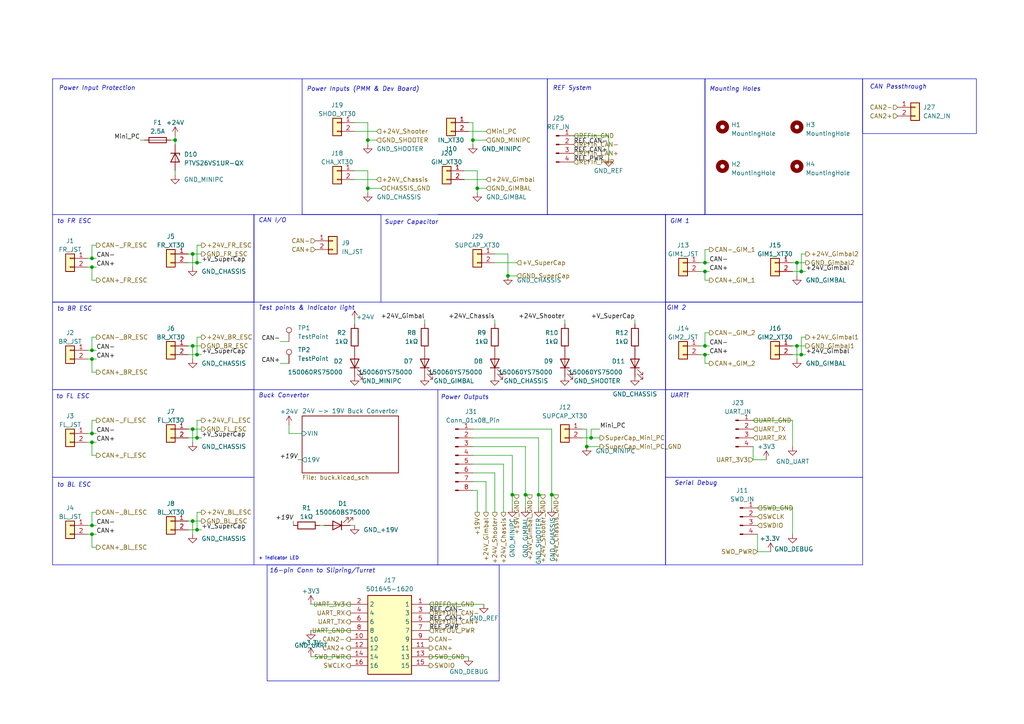
<source format=kicad_sch>
(kicad_sch (version 20250114) (generator "eeschema") (generator_version "9.0")
  (paper "A4")
  (title_block (title "Chassis") (date "2023-11-17") (rev "v1") (company "UT RoboMasters"))
  (lib_symbols
    (symbol "Connector:Conn_01x04_Pin" (pin_names (offset 1.016) (hide yes))
      (property "Reference" "J" (at 0 5.08 0))
      (property "Value" "Conn_01x04_Pin" (at 0 -7.62 0))
      (symbol "Conn_01x04_Pin_1_1"
        (pin passive line (at 5.08 2.54 180) (length 3.81) (name "Pin_1") (number "1"))
        (pin passive line (at 5.08 0 180) (length 3.81) (name "Pin_2") (number "2"))
        (pin passive line (at 5.08 -2.54 180) (length 3.81) (name "Pin_3") (number "3"))
        (pin passive line (at 5.08 -5.08 180) (length 3.81) (name "Pin_4") (number "4"))
      )
    )
    (symbol "Connector:Conn_01x08_Pin" (pin_names (offset 1.016) (hide yes))
      (property "Reference" "J" (at 0 10.16 0))
      (property "Value" "Conn_01x08_Pin" (at 0 -12.7 0))
      (symbol "Conn_01x08_Pin_1_1"
        (pin passive line (at 5.08 7.62 180) (length 3.81) (name "Pin_1") (number "1"))
        (pin passive line (at 5.08 5.08 180) (length 3.81) (name "Pin_2") (number "2"))
        (pin passive line (at 5.08 2.54 180) (length 3.81) (name "Pin_3") (number "3"))
        (pin passive line (at 5.08 0 180) (length 3.81) (name "Pin_4") (number "4"))
        (pin passive line (at 5.08 -2.54 180) (length 3.81) (name "Pin_5") (number "5"))
        (pin passive line (at 5.08 -5.08 180) (length 3.81) (name "Pin_6") (number "6"))
        (pin passive line (at 5.08 -7.62 180) (length 3.81) (name "Pin_7") (number "7"))
        (pin passive line (at 5.08 -10.16 180) (length 3.81) (name "Pin_8") (number "8"))
      )
    )
    (symbol "Connector:TestPoint" (pin_numbers (hide yes)) (pin_names (offset 0.762) (hide yes))
      (property "Reference" "TP" (at 0 6.858 0))
      (property "Value" "TestPoint" (at 0 5.08 0))
      (symbol "TestPoint_1_1"
        (pin passive line (at 0 0 90) (length 2.54) (name "1") (number "1"))
      )
    )
    (symbol "Connector_Generic:Conn_01x02" (pin_names (offset 1.016) (hide yes))
      (property "Reference" "J" (at 0 2.54 0))
      (property "Value" "Conn_01x02" (at 0 -5.08 0))
      (symbol "Conn_01x02_1_1"
        (pin passive line (at -5.08 0 0) (length 3.81) (name "Pin_1") (number "1"))
        (pin passive line (at -5.08 -2.54 0) (length 3.81) (name "Pin_2") (number "2"))
      )
    )
    (symbol "Device:D_Zener" (pin_numbers (hide yes)) (pin_names (offset 1.016) (hide yes))
      (property "Reference" "D" (at 0 2.54 0))
      (property "Value" "D_Zener" (at 0 -2.54 0))
      (symbol "D_Zener_1_1"
        (pin passive line (at -3.81 0 0) (length 2.54) (name "K") (number "1"))
        (pin passive line (at 3.81 0 180) (length 2.54) (name "A") (number "2"))
      )
    )
    (symbol "Device:Fuse" (pin_numbers (hide yes)) (pin_names (offset 0))
      (property "Reference" "F" (at 2.032 0 90))
      (property "Value" "Fuse" (at -1.905 0 90))
      (symbol "Fuse_1_1"
        (pin passive line (at 0 3.81 270) (length 1.27) (name "~") (number "1"))
        (pin passive line (at 0 -3.81 90) (length 1.27) (name "~") (number "2"))
      )
    )
    (symbol "Device:LED" (pin_numbers (hide yes)) (pin_names (offset 1.016) (hide yes))
      (property "Reference" "D" (at 0 2.54 0))
      (property "Value" "LED" (at 0 -2.54 0))
      (symbol "LED_1_1"
        (pin passive line (at -3.81 0 0) (length 2.54) (name "K") (number "1"))
        (pin passive line (at 3.81 0 180) (length 2.54) (name "A") (number "2"))
      )
    )
    (symbol "Device:R" (pin_numbers (hide yes)) (pin_names (offset 0))
      (property "Reference" "R" (at 2.032 0 90))
      (property "Value" "R" (at 0 0 90))
      (symbol "R_1_1"
        (pin passive line (at 0 3.81 270) (length 1.27) (name "~") (number "1"))
        (pin passive line (at 0 -3.81 90) (length 1.27) (name "~") (number "2"))
      )
    )
    (symbol "Mechanical:MountingHole" (pin_names (offset 1.016))
      (property "Reference" "H" (at 0 5.08 0))
      (property "Value" "MountingHole" (at 0 3.175 0))
    )
    (symbol "Robomaster_Library:501645-1620"
      (property "Reference" "J" (at 19.05 7.62 0))
      (property "Value" "501645-1620" (at 19.05 5.08 0))
      (symbol "501645-1620_1_1"
        (pin passive line (at 0 0 0) (length 5.08) (name "2") (number "2"))
        (pin passive line (at 0 -2.54 0) (length 5.08) (name "4") (number "4"))
        (pin passive line (at 0 -5.08 0) (length 5.08) (name "6") (number "6"))
        (pin passive line (at 0 -7.62 0) (length 5.08) (name "8") (number "8"))
        (pin passive line (at 0 -10.16 0) (length 5.08) (name "10") (number "10"))
        (pin passive line (at 0 -12.7 0) (length 5.08) (name "12") (number "12"))
        (pin passive line (at 0 -15.24 0) (length 5.08) (name "14") (number "14"))
        (pin passive line (at 0 -17.78 0) (length 5.08) (name "16") (number "16"))
        (pin passive line (at 22.86 0 180) (length 5.08) (name "1") (number "1"))
        (pin passive line (at 22.86 -2.54 180) (length 5.08) (name "3") (number "3"))
        (pin passive line (at 22.86 -5.08 180) (length 5.08) (name "5") (number "5"))
        (pin passive line (at 22.86 -7.62 180) (length 5.08) (name "7") (number "7"))
        (pin passive line (at 22.86 -10.16 180) (length 5.08) (name "9") (number "9"))
        (pin passive line (at 22.86 -12.7 180) (length 5.08) (name "11") (number "11"))
        (pin passive line (at 22.86 -15.24 180) (length 5.08) (name "13") (number "13"))
        (pin passive line (at 22.86 -17.78 180) (length 5.08) (name "15") (number "15"))
      )
    )
    (symbol "power:+24V" (power) (pin_names (offset 0))
      (property "Value" "+24V" (at 0 3.556 0))
      (symbol "+24V_1_1"
        (pin power_in line (at 0 0 90) (length 0) (hide yes) (name "+24V") (number "1"))
      )
    )
    (symbol "power:+3.3V" (power) (pin_names (offset 0))
      (property "Value" "+3.3V" (at 0 3.556 0))
      (symbol "+3.3V_1_1"
        (pin power_in line (at 0 0 90) (length 0) (hide yes) (name "+3.3V") (number "1"))
      )
    )
    (symbol "power:+3V3" (power) (pin_names (offset 0))
      (property "Value" "+3V3" (at 0 3.556 0))
      (symbol "+3V3_1_1"
        (pin power_in line (at 0 0 90) (length 0) (hide yes) (name "+3V3") (number "1"))
      )
    )
    (symbol "power:GND" (power) (pin_names (offset 0))
      (property "Value" "GND" (at 0 -3.81 0))
      (symbol "GND_1_1"
        (pin power_in line (at 0 0 270) (length 0) (hide yes) (name "GND") (number "1"))
      )
    )
    (symbol "power:GND1" (power) (pin_names (offset 0))
      (property "Value" "GND1" (at 0 -3.81 0))
      (symbol "GND1_1_1"
        (pin power_in line (at 0 0 270) (length 0) (hide yes) (name "GND1") (number "1"))
      )
    )
  )
  (rectangle (start 15.24 113.03) (end 73.66 138.43))
  (rectangle (start 193.04 138.43) (end 250.19 163.83))
  (rectangle (start 193.04 62.23) (end 250.19 87.63))
  (rectangle (start 73.66 62.23) (end 110.49 87.63))
  (rectangle (start 15.24 62.23) (end 73.66 87.63))
  (rectangle (start 77.47 163.83) (end 144.78 197.485))
  (rectangle (start 15.24 87.63) (end 73.66 113.03))
  (rectangle (start 158.75 22.86) (end 204.47 62.23))
  (rectangle (start 204.47 22.86) (end 250.19 62.23))
  (rectangle (start 193.04 113.03) (end 250.19 138.43))
  (rectangle (start 193.04 87.63) (end 250.19 113.03))
  (rectangle (start 250.19 22.86) (end 283.21 38.735))
  (rectangle (start 87.63 22.86) (end 158.75 62.23))
  (rectangle (start 15.24 138.43) (end 73.66 163.83))
  (text "REF System\n" (at 160.274 26.416 0) (effects (font (size 1.27 1.27) (italic yes)) (justify left bottom)))
  (text "Serial Debug" (at 195.58 140.97 0) (effects (font (size 1.27 1.27) (italic yes)) (justify left bottom)))
  (text "Mounting Holes" (at 205.74 26.67 0) (effects (font (size 1.27 1.27) (italic yes)) (justify left bottom)))
  (text "+ indicator LED" (at 74.93 162.56 0) (effects (font (size 0.96 0.96)) (justify left bottom)))
  (text "Super Capacitor\n" (at 111.506 65.278 0) (effects (font (size 1.27 1.27) (italic yes)) (justify left bottom)))
  (text "UART!" (at 194.31 115.57 0) (effects (font (size 1.27 1.27) (italic yes)) (justify left bottom)))
  (text "CAN I/O" (at 74.93 64.77 0) (effects (font (size 1.27 1.27) (italic yes)) (justify left bottom)))
  (text "to BR ESC\n" (at 16.51 90.424 0) (effects (font (size 1.27 1.27) (italic yes)) (justify left bottom)))
  (text "GIM 2" (at 193.294 90.17 0) (effects (font (size 1.27 1.27) (italic yes)) (justify left bottom)))
  (text "GIM 1" (at 194.31 65.024 0) (effects (font (size 1.27 1.27) (italic yes)) (justify left bottom)))
  (text "16-pin Conn to Slipring/Turret" (at 78.105 166.37 0) (effects (font (size 1.27 1.27) (italic yes)) (justify left bottom)))
  (text "CAN Passthrough" (at 252.222 26.035 0) (effects (font (size 1.27 1.27) (italic yes)) (justify left bottom)))
  (text "Power Inputs (PMM & Dev Board)" (at 88.9 26.67 0) (effects (font (size 1.27 1.27) (italic yes)) (justify left bottom)))
  (text "to BL ESC" (at 16.51 141.478 0) (effects (font (size 1.27 1.27) (italic yes)) (justify left bottom)))
  (text "Test points & Indicator light" (at 74.93 90.17 0) (effects (font (size 1.27 1.27) (italic yes)) (justify left bottom)))
  (text "Power Outputs" (at 127.762 116.078 0) (effects (font (size 1.27 1.27) (italic yes)) (justify left bottom)))
  (text "to FL ESC" (at 16.256 115.824 0) (effects (font (size 1.27 1.27) (italic yes)) (justify left bottom)))
  (text "Buck Convertor" (at 74.93 115.57 0) (effects (font (size 1.27 1.27) (italic yes)) (justify left bottom)))
  (text "Power Input Protection" (at 17.018 26.416 0) (effects (font (size 1.27 1.27) (italic yes)) (justify left bottom)))
  (text "to FR ESC" (at 16.51 65.024 0) (effects (font (size 1.27 1.27) (italic yes)) (justify left bottom)))
  (junction (at 204.47 78.74))
  (junction (at 55.88 73.66))
  (junction (at 231.14 100.33))
  (junction (at 26.67 74.93))
  (junction (at 26.67 101.6))
  (junction (at 57.15 153.67))
  (junction (at 55.88 100.33))
  (junction (at 152.4 143.51))
  (junction (at 138.43 54.61))
  (junction (at 171.45 127))
  (junction (at 57.15 76.2))
  (junction (at 106.68 54.61))
  (junction (at 55.88 151.13))
  (junction (at 160.02 143.51))
  (junction (at 55.88 124.46))
  (junction (at 147.32 80.01))
  (junction (at 26.67 125.73))
  (junction (at 57.15 102.87))
  (junction (at 232.41 102.87))
  (junction (at 26.67 77.47))
  (junction (at 26.67 104.14))
  (junction (at 170.18 129.54))
  (junction (at 232.41 78.74))
  (junction (at 204.47 102.87))
  (junction (at 204.47 100.33))
  (junction (at 57.15 127))
  (junction (at 26.67 154.94))
  (junction (at 204.47 76.2))
  (junction (at 26.67 152.4))
  (junction (at 137.16 40.64))
  (junction (at 26.67 128.27))
  (junction (at 231.14 76.2))
  (junction (at 148.59 143.51))
  (junction (at 156.21 143.51))
  (junction (at 50.8 40.64))
  (junction (at 106.68 40.64))
  (wire (pts (xy 27.94 128.27) (xy 26.67 128.27)))
  (wire (pts (xy 55.88 151.13) (xy 58.42 151.13)))
  (wire (pts (xy 143.51 93.98) (xy 143.51 92.71)))
  (wire (pts (xy 137.16 139.7) (xy 140.97 139.7)))
  (wire (pts (xy 170.18 124.46) (xy 170.18 129.54)))
  (wire (pts (xy 219.71 147.32) (xy 229.87 147.32)))
  (wire (pts (xy 92.71 152.4) (xy 93.98 152.4)))
  (wire (pts (xy 205.74 78.74) (xy 204.47 78.74)))
  (wire (pts (xy 161.29 143.51) (xy 160.02 143.51)))
  (wire (pts (xy 27.94 158.75) (xy 26.67 158.75)))
  (wire (pts (xy 106.68 40.64) (xy 106.68 41.91)))
  (wire (pts (xy 102.87 35.56) (xy 106.68 35.56)))
  (polyline (pts (xy 15.24 22.86) (xy 15.24 62.23)))
  (wire (pts (xy 138.43 49.53) (xy 138.43 54.61)))
  (polyline (pts (xy 127 113.03) (xy 193.04 113.03)))
  (wire (pts (xy 26.67 107.95) (xy 26.67 104.14)))
  (wire (pts (xy 27.94 104.14) (xy 26.67 104.14)))
  (wire (pts (xy 156.21 127) (xy 156.21 143.51)))
  (wire (pts (xy 55.88 154.94) (xy 55.88 151.13)))
  (wire (pts (xy 81.28 105.41) (xy 83.82 105.41)))
  (wire (pts (xy 26.67 128.27) (xy 26.67 132.08)))
  (wire (pts (xy 86.36 133.35) (xy 87.63 133.35)))
  (wire (pts (xy 148.59 132.08) (xy 137.16 132.08)))
  (wire (pts (xy 123.19 92.71) (xy 123.19 93.98)))
  (wire (pts (xy 102.87 52.07) (xy 109.22 52.07)))
  (wire (pts (xy 138.43 54.61) (xy 138.43 55.88)))
  (wire (pts (xy 54.61 76.2) (xy 57.15 76.2)))
  (wire (pts (xy 231.14 76.2) (xy 229.87 76.2)))
  (wire (pts (xy 149.86 143.51) (xy 148.59 143.51)))
  (wire (pts (xy 27.94 121.92) (xy 26.67 121.92)))
  (wire (pts (xy 231.14 100.33) (xy 233.68 100.33)))
  (wire (pts (xy 160.02 124.46) (xy 160.02 143.51)))
  (wire (pts (xy 233.68 73.66) (xy 232.41 73.66)))
  (wire (pts (xy 204.47 96.52) (xy 204.47 100.33)))
  (wire (pts (xy 27.94 125.73) (xy 26.67 125.73)))
  (wire (pts (xy 232.41 102.87) (xy 233.68 102.87)))
  (wire (pts (xy 26.67 97.79) (xy 26.67 101.6)))
  (wire (pts (xy 26.67 101.6) (xy 25.4 101.6)))
  (wire (pts (xy 26.67 74.93) (xy 25.4 74.93)))
  (polyline (pts (xy 73.66 113.03) (xy 127 113.03)))
  (polyline (pts (xy 87.63 22.86) (xy 15.24 22.86)))
  (polyline (pts (xy 193.04 62.23) (xy 193.04 113.03)))
  (wire (pts (xy 27.94 148.59) (xy 26.67 148.59)))
  (wire (pts (xy 49.53 40.64) (xy 50.8 40.64)))
  (polyline (pts (xy 127 62.23) (xy 193.04 62.23)))
  (wire (pts (xy 148.59 132.08) (xy 148.59 143.51)))
  (wire (pts (xy 152.4 143.51) (xy 152.4 147.32)))
  (wire (pts (xy 27.94 74.93) (xy 26.67 74.93)))
  (wire (pts (xy 231.14 76.2) (xy 233.68 76.2)))
  (wire (pts (xy 26.67 77.47) (xy 25.4 77.47)))
  (wire (pts (xy 106.68 49.53) (xy 106.68 54.61)))
  (wire (pts (xy 26.67 148.59) (xy 26.67 152.4)))
  (wire (pts (xy 232.41 73.66) (xy 232.41 78.74)))
  (wire (pts (xy 140.97 148.59) (xy 140.97 139.7)))
  (wire (pts (xy 229.87 102.87) (xy 232.41 102.87)))
  (wire (pts (xy 218.44 121.92) (xy 229.87 121.92)))
  (wire (pts (xy 134.62 52.07) (xy 140.97 52.07)))
  (wire (pts (xy 26.67 125.73) (xy 25.4 125.73)))
  (wire (pts (xy 232.41 78.74) (xy 233.68 78.74)))
  (wire (pts (xy 157.48 143.51) (xy 156.21 143.51)))
  (wire (pts (xy 134.62 49.53) (xy 138.43 49.53)))
  (wire (pts (xy 55.88 100.33) (xy 58.42 100.33)))
  (wire (pts (xy 90.17 175.26) (xy 101.6 175.26)))
  (wire (pts (xy 83.82 99.06) (xy 81.28 99.06)))
  (wire (pts (xy 156.21 143.51) (xy 156.21 147.32)))
  (wire (pts (xy 231.14 100.33) (xy 231.14 104.14)))
  (wire (pts (xy 143.51 76.2) (xy 149.86 76.2)))
  (wire (pts (xy 55.88 77.47) (xy 55.88 73.66)))
  (wire (pts (xy 137.16 41.91) (xy 137.16 40.64)))
  (wire (pts (xy 102.87 49.53) (xy 106.68 49.53)))
  (wire (pts (xy 229.87 121.92) (xy 229.87 129.54)))
  (wire (pts (xy 55.88 124.46) (xy 58.42 124.46)))
  (wire (pts (xy 26.67 154.94) (xy 25.4 154.94)))
  (wire (pts (xy 163.83 92.71) (xy 163.83 93.98)))
  (wire (pts (xy 204.47 76.2) (xy 203.2 76.2)))
  (wire (pts (xy 148.59 143.51) (xy 148.59 147.32)))
  (wire (pts (xy 168.91 127) (xy 171.45 127)))
  (wire (pts (xy 50.8 40.64) (xy 50.8 41.91)))
  (wire (pts (xy 54.61 127) (xy 57.15 127)))
  (wire (pts (xy 205.74 76.2) (xy 204.47 76.2)))
  (wire (pts (xy 137.16 134.62) (xy 146.05 134.62)))
  (wire (pts (xy 137.16 35.56) (xy 135.89 35.56)))
  (wire (pts (xy 205.74 81.28) (xy 204.47 81.28)))
  (wire (pts (xy 26.67 121.92) (xy 26.67 125.73)))
  (wire (pts (xy 171.45 127) (xy 173.99 127)))
  (wire (pts (xy 170.18 129.54) (xy 173.99 129.54)))
  (wire (pts (xy 57.15 102.87) (xy 58.42 102.87)))
  (wire (pts (xy 27.94 101.6) (xy 26.67 101.6)))
  (wire (pts (xy 57.15 148.59) (xy 57.15 153.67)))
  (wire (pts (xy 146.05 134.62) (xy 146.05 148.59)))
  (wire (pts (xy 27.94 132.08) (xy 26.67 132.08)))
  (wire (pts (xy 55.88 151.13) (xy 54.61 151.13)))
  (polyline (pts (xy 73.66 163.83) (xy 127 163.83)))
  (polyline (pts (xy 193.04 163.83) (xy 127 163.83)))
  (wire (pts (xy 205.74 102.87) (xy 204.47 102.87)))
  (wire (pts (xy 138.43 54.61) (xy 140.97 54.61)))
  (wire (pts (xy 54.61 153.67) (xy 57.15 153.67)))
  (wire (pts (xy 171.45 124.46) (xy 173.99 124.46)))
  (wire (pts (xy 137.16 124.46) (xy 160.02 124.46)))
  (wire (pts (xy 176.53 39.37) (xy 176.53 45.72)))
  (wire (pts (xy 153.67 143.51) (xy 152.4 143.51)))
  (wire (pts (xy 50.8 39.37) (xy 50.8 40.64)))
  (wire (pts (xy 219.71 160.02) (xy 223.52 160.02)))
  (wire (pts (xy 204.47 102.87) (xy 203.2 102.87)))
  (wire (pts (xy 137.16 142.24) (xy 138.43 142.24)))
  (wire (pts (xy 26.67 104.14) (xy 25.4 104.14)))
  (wire (pts (xy 137.16 129.54) (xy 152.4 129.54)))
  (wire (pts (xy 57.15 71.12) (xy 58.42 71.12)))
  (wire (pts (xy 58.42 121.92) (xy 57.15 121.92)))
  (wire (pts (xy 101.6 152.4) (xy 102.87 152.4)))
  (wire (pts (xy 27.94 107.95) (xy 26.67 107.95)))
  (wire (pts (xy 55.88 128.27) (xy 55.88 124.46)))
  (wire (pts (xy 124.46 190.5) (xy 135.89 190.5)))
  (wire (pts (xy 106.68 35.56) (xy 106.68 40.64)))
  (wire (pts (xy 106.68 54.61) (xy 110.49 54.61)))
  (wire (pts (xy 204.47 81.28) (xy 204.47 78.74)))
  (wire (pts (xy 168.91 124.46) (xy 170.18 124.46)))
  (wire (pts (xy 57.15 97.79) (xy 57.15 102.87)))
  (wire (pts (xy 58.42 97.79) (xy 57.15 97.79)))
  (wire (pts (xy 57.15 76.2) (xy 57.15 71.12)))
  (wire (pts (xy 57.15 127) (xy 58.42 127)))
  (wire (pts (xy 204.47 72.39) (xy 204.47 76.2)))
  (wire (pts (xy 124.46 175.26) (xy 140.335 175.26)))
  (wire (pts (xy 171.45 127) (xy 171.45 124.46)))
  (wire (pts (xy 204.47 105.41) (xy 205.74 105.41)))
  (wire (pts (xy 204.47 102.87) (xy 204.47 105.41)))
  (polyline (pts (xy 127 113.03) (xy 127 163.83)))
  (wire (pts (xy 102.87 92.71) (xy 102.87 93.98)))
  (wire (pts (xy 205.74 72.39) (xy 204.47 72.39)))
  (wire (pts (xy 57.15 121.92) (xy 57.15 127)))
  (wire (pts (xy 231.14 76.2) (xy 231.14 80.01)))
  (wire (pts (xy 54.61 102.87) (xy 57.15 102.87)))
  (wire (pts (xy 229.87 147.32) (xy 229.87 154.94)))
  (wire (pts (xy 55.88 73.66) (xy 54.61 73.66)))
  (wire (pts (xy 90.17 182.88) (xy 101.6 182.88)))
  (wire (pts (xy 55.88 73.66) (xy 58.42 73.66)))
  (wire (pts (xy 184.15 92.71) (xy 184.15 93.98)))
  (wire (pts (xy 106.68 54.61) (xy 106.68 55.88)))
  (wire (pts (xy 204.47 100.33) (xy 203.2 100.33)))
  (wire (pts (xy 85.09 151.13) (xy 85.09 152.4)))
  (wire (pts (xy 147.32 80.01) (xy 147.32 73.66)))
  (wire (pts (xy 27.94 154.94) (xy 26.67 154.94)))
  (wire (pts (xy 27.94 81.28) (xy 26.67 81.28)))
  (wire (pts (xy 147.32 80.01) (xy 149.86 80.01)))
  (wire (pts (xy 137.16 137.16) (xy 143.51 137.16)))
  (wire (pts (xy 90.17 190.5) (xy 101.6 190.5)))
  (wire (pts (xy 106.68 40.64) (xy 109.22 40.64)))
  (wire (pts (xy 26.67 71.12) (xy 26.67 74.93)))
  (wire (pts (xy 83.82 123.19) (xy 83.82 125.73)))
  (wire (pts (xy 55.88 124.46) (xy 54.61 124.46)))
  (wire (pts (xy 55.88 100.33) (xy 54.61 100.33)))
  (wire (pts (xy 231.14 100.33) (xy 229.87 100.33)))
  (wire (pts (xy 57.15 76.2) (xy 58.42 76.2)))
  (wire (pts (xy 27.94 77.47) (xy 26.67 77.47)))
  (wire (pts (xy 232.41 97.79) (xy 232.41 102.87)))
  (wire (pts (xy 204.47 78.74) (xy 203.2 78.74)))
  (wire (pts (xy 57.15 153.67) (xy 58.42 153.67)))
  (wire (pts (xy 26.67 154.94) (xy 26.67 158.75)))
  (wire (pts (xy 27.94 71.12) (xy 26.67 71.12)))
  (wire (pts (xy 219.71 160.02) (xy 219.71 154.94)))
  (wire (pts (xy 26.67 128.27) (xy 25.4 128.27)))
  (wire (pts (xy 218.44 133.35) (xy 218.44 129.54)))
  (wire (pts (xy 58.42 148.59) (xy 57.15 148.59)))
  (polyline (pts (xy 193.04 113.03) (xy 193.04 163.83)))
  (wire (pts (xy 205.74 96.52) (xy 204.47 96.52)))
  (wire (pts (xy 233.68 97.79) (xy 232.41 97.79)))
  (wire (pts (xy 55.88 104.14) (xy 55.88 100.33)))
  (wire (pts (xy 137.16 40.64) (xy 140.97 40.64)))
  (wire (pts (xy 138.43 142.24) (xy 138.43 148.59)))
  (wire (pts (xy 27.94 152.4) (xy 26.67 152.4)))
  (wire (pts (xy 143.51 148.59) (xy 143.51 137.16)))
  (wire (pts (xy 102.87 38.1) (xy 109.22 38.1)))
  (wire (pts (xy 50.8 49.53) (xy 50.8 50.8)))
  (wire (pts (xy 26.67 152.4) (xy 25.4 152.4)))
  (wire (pts (xy 205.74 100.33) (xy 204.47 100.33)))
  (wire (pts (xy 137.16 40.64) (xy 137.16 35.56)))
  (wire (pts (xy 135.89 38.1) (xy 140.97 38.1)))
  (wire (pts (xy 27.94 97.79) (xy 26.67 97.79)))
  (wire (pts (xy 152.4 129.54) (xy 152.4 143.51)))
  (wire (pts (xy 137.16 127) (xy 156.21 127)))
  (wire (pts (xy 166.37 39.37) (xy 176.53 39.37)))
  (wire (pts (xy 143.51 73.66) (xy 147.32 73.66)))
  (wire (pts (xy 26.67 81.28) (xy 26.67 77.47)))
  (wire (pts (xy 83.82 125.73) (xy 87.63 125.73)))
  (wire (pts (xy 160.02 143.51) (xy 160.02 147.32)))
  (polyline (pts (xy 110.49 87.63) (xy 193.04 87.63)))
  (wire (pts (xy 229.87 78.74) (xy 232.41 78.74)))
  (wire (pts (xy 218.44 133.35) (xy 222.25 133.35)))
  (wire (pts (xy 40.64 40.64) (xy 41.91 40.64)))
  (label "CAN+" (at 205.74 102.87 0))
  (label "+19V" (at 85.09 151.13 180) (effects (font (italic yes))))
  (label "+24V_Shooter" (at 163.83 92.71 180))
  (label "CAN-" (at 205.74 76.2 0))
  (label "CAN+" (at 81.28 105.41 180))
  (label "REF_PWR" (at 124.46 182.88 0))
  (label "CAN+" (at 205.74 78.74 0))
  (label "REF_CAN+" (at 166.37 44.45 0))
  (label "+24V_Chassis" (at 143.51 92.71 180))
  (label "+24V_Gimbal" (at 123.19 92.71 180))
  (label "CAN-" (at 81.28 99.06 180))
  (label "CAN-" (at 27.94 152.4 0))
  (label "CAN-" (at 27.94 125.73 0))
  (label "REF_CAN+" (at 124.46 180.34 0))
  (label "CAN+" (at 27.94 128.27 0))
  (label "REF_CAN-" (at 124.46 177.8 0))
  (label "REF_CAN-" (at 166.37 41.91 0))
  (label "CAN+" (at 27.94 154.94 0))
  (label "CAN-" (at 27.94 101.6 0))
  (label "Mini_PC" (at 40.64 40.64 180))
  (label "CAN+" (at 27.94 104.14 0))
  (label "+V_SuperCap" (at 58.42 127 0))
  (label "+V_SuperCap" (at 184.15 92.71 180))
  (label "CAN-" (at 205.74 100.33 0))
  (label "CAN-" (at 27.94 74.93 0))
  (label "REF_PWR" (at 166.37 46.99 0))
  (label "+V_SuperCap" (at 58.42 76.2 0))
  (label "+V_SuperCap" (at 58.42 102.87 0))
  (label "+19V" (at 86.36 133.35 180) (effects (font (italic yes))))
  (label "+24V_Gimbal" (at 233.68 78.74 0))
  (label "+V_SuperCap" (at 58.42 153.67 0))
  (label "CAN+" (at 27.94 77.47 0))
  (label "Mini_PC" (at 173.99 124.46 0))
  (label "+24V_Gimbal" (at 233.68 102.87 0))
  (hierarchical_label "CAN+" (shape input) (at 91.44 72.39 180))
  (hierarchical_label "CAN-_FL_ESC" (shape output) (at 27.94 121.92 0))
  (hierarchical_label "Mini_PC" (shape input) (at 140.97 38.1 0))
  (hierarchical_label "CAN+" (shape output) (at 124.46 187.96 0))
  (hierarchical_label "UART_GND" (shape output) (at 101.6 182.88 180))
  (hierarchical_label "REFIn_CAN-" (shape input) (at 166.37 41.91 0))
  (hierarchical_label "GND_Gimbal1" (shape output) (at 233.68 100.33 0))
  (hierarchical_label "+V_SuperCap" (shape input) (at 149.86 76.2 0))
  (hierarchical_label "GND_SHOOTER" (shape input) (at 109.22 40.64 0))
  (hierarchical_label "CAN+_BL_ESC" (shape output) (at 27.94 158.75 0))
  (hierarchical_label "+24V_Shooter" (shape output) (at 143.51 148.59 270))
  (hierarchical_label "SWD_GND" (shape input) (at 219.71 147.32 0))
  (hierarchical_label "GND_BR_ESC" (shape output) (at 58.42 100.33 0))
  (hierarchical_label "CAN-_FR_ESC" (shape output) (at 27.94 71.12 0))
  (hierarchical_label "REFIn_CAN+" (shape input) (at 166.37 44.45 0))
  (hierarchical_label "UART_3V3" (shape output) (at 101.6 175.26 180))
  (hierarchical_label "REFOut_CAN+" (shape input) (at 124.46 180.34 0))
  (hierarchical_label "+24V_Gimbal_GND" (shape output) (at 153.67 143.51 270))
  (hierarchical_label "+24V_Shooter_GND" (shape output) (at 157.48 143.51 270))
  (hierarchical_label "CAN2-" (shape input) (at 260.35 31.115 180))
  (hierarchical_label "GND_BL_ESC" (shape output) (at 58.42 151.13 0))
  (hierarchical_label "CAN-_GIM_1" (shape output) (at 205.74 72.39 0))
  (hierarchical_label "REFOut_CAN-" (shape input) (at 124.46 177.8 0))
  (hierarchical_label "SWDIO" (shape input) (at 219.71 152.4 0))
  (hierarchical_label "+24V_Gimbal" (shape input) (at 140.97 52.07 0))
  (hierarchical_label "+19V_GND" (shape output) (at 149.86 143.51 270))
  (hierarchical_label "CAN+_FL_ESC" (shape output) (at 27.94 132.08 0))
  (hierarchical_label "+24V_Chassis_GND" (shape output) (at 161.29 143.51 270))
  (hierarchical_label "+19V" (shape output) (at 138.43 148.59 270))
  (hierarchical_label "CAN-_GIM_2" (shape output) (at 205.74 96.52 0))
  (hierarchical_label "CAN2+" (shape input) (at 260.35 33.655 180))
  (hierarchical_label "REFOut_PWR" (shape input) (at 124.46 182.88 0))
  (hierarchical_label "SWD_GND" (shape output) (at 124.46 190.5 0))
  (hierarchical_label "+24V_FL_ESC" (shape output) (at 58.42 121.92 0))
  (hierarchical_label "+24V_Gimbal1" (shape output) (at 233.68 97.79 0))
  (hierarchical_label "UART_RX" (shape output) (at 101.6 177.8 180))
  (hierarchical_label "UART_TX" (shape input) (at 218.44 124.46 0))
  (hierarchical_label "UART_GND" (shape input) (at 218.44 121.92 0))
  (hierarchical_label "CAN2+" (shape output) (at 101.6 187.96 180))
  (hierarchical_label "GND_FR_ESC" (shape output) (at 58.42 73.66 0))
  (hierarchical_label "CAN-_BR_ESC" (shape output) (at 27.94 97.79 0))
  (hierarchical_label "CHASSIS_GND" (shape input) (at 110.49 54.61 0))
  (hierarchical_label "CAN2-" (shape output) (at 101.6 185.42 180))
  (hierarchical_label "SWD_PWR" (shape output) (at 101.6 190.5 180))
  (hierarchical_label "CAN-" (shape output) (at 124.46 185.42 0))
  (hierarchical_label "SuperCap_Mini_PC" (shape output) (at 173.99 127 0))
  (hierarchical_label "SWD_PWR" (shape input) (at 219.71 160.02 180))
  (hierarchical_label "GND_Gimbal2" (shape output) (at 233.68 76.2 0))
  (hierarchical_label "SuperCap_Mini_PC_GND" (shape output) (at 173.99 129.54 0))
  (hierarchical_label "SWCLK" (shape input) (at 219.71 149.86 0))
  (hierarchical_label "+24V_BL_ESC" (shape output) (at 58.42 148.59 0))
  (hierarchical_label "CAN+_FR_ESC" (shape output) (at 27.94 81.28 0))
  (hierarchical_label "REFOut_GND" (shape input) (at 124.46 175.26 0))
  (hierarchical_label "UART_RX" (shape input) (at 218.44 127 0))
  (hierarchical_label "GND_GIMBAL" (shape input) (at 140.97 54.61 0))
  (hierarchical_label "+24V_BR_ESC" (shape output) (at 58.42 97.79 0))
  (hierarchical_label "+24V_Gimbal" (shape output) (at 140.97 148.59 270))
  (hierarchical_label "+24V_FR_ESC" (shape output) (at 58.42 71.12 0))
  (hierarchical_label "UART_3V3" (shape input) (at 218.44 133.35 180))
  (hierarchical_label "CAN-" (shape input) (at 91.44 69.85 180))
  (hierarchical_label "+24V_Shooter" (shape input) (at 109.22 38.1 0))
  (hierarchical_label "+24V_Chassis" (shape output) (at 146.05 148.59 270))
  (hierarchical_label "+24V_Gimbal2" (shape output) (at 233.68 73.66 0))
  (hierarchical_label "CAN-_BL_ESC" (shape output) (at 27.94 148.59 0))
  (hierarchical_label "GND_MINIPC" (shape input) (at 140.97 40.64 0))
  (hierarchical_label "SWCLK" (shape output) (at 101.6 193.04 180))
  (hierarchical_label "CAN+_GIM_2" (shape output) (at 205.74 105.41 0))
  (hierarchical_label "GND_FL_ESC" (shape output) (at 58.42 124.46 0))
  (hierarchical_label "UART_TX" (shape output) (at 101.6 180.34 180))
  (hierarchical_label "GND_SuperCap" (shape input) (at 149.86 80.01 0))
  (hierarchical_label "CAN+_BR_ESC" (shape output) (at 27.94 107.95 0))
  (hierarchical_label "REFIn_PWR" (shape input) (at 166.37 46.99 0))
  (hierarchical_label "SWDIO" (shape output) (at 124.46 193.04 0))
  (hierarchical_label "REFIn_GND" (shape input) (at 166.37 39.37 0))
  (hierarchical_label "+24V_Chassis" (shape input) (at 109.22 52.07 0))
  (hierarchical_label "CAN+_GIM_1" (shape output) (at 205.74 81.28 0))
  (symbol (lib_id "Connector_Generic:Conn_01x02") (at 130.81 35.56 0) (mirror y) (unit 1)
    (property "Reference" "J10" (at 130.81 43.18 0))
    (property "Value" "IN_XT30" (at 130.81 40.64 0))
    (property "Footprint" "Robomaster_Connectors:AMASS_XT30U-F_1x02_P5.0mm_Vertical" (effects (hide yes)))
    (property "Manufacturer_Part_Number" "XT30" (effects (hide yes)))
  )
  (symbol (lib_id "Connector_Generic:Conn_01x02") (at 198.12 76.2 0) (mirror y) (unit 1)
    (property "Reference" "J13" (at 198.12 71.12 0))
    (property "Value" "GIM1_JST" (at 198.12 73.66 0))
    (property "Footprint" "Connector_JST:JST_GH_BM02B-GHS-TBT_1x02-1MP_P1.25mm_Vertical" (effects (hide yes)))
    (property "Manufacturer_Part_Number" "JST 2-pin" (effects (hide yes)))
  )
  (symbol (lib_id "Connector_Generic:Conn_01x02") (at 20.32 101.6 0) (mirror y) (unit 1)
    (property "Reference" "J2" (at 20.32 96.52 0))
    (property "Value" "BR_JST" (at 20.32 99.06 0))
    (property "Footprint" "Connector_JST:JST_GH_BM02B-GHS-TBT_1x02-1MP_P1.25mm_Vertical" (effects (hide yes)))
    (property "Manufacturer_Part_Number" "JST 2-pin" (effects (hide yes)))
  )
  (symbol (lib_id "Device:LED") (at 184.15 105.41 90) (unit 1)
    (property "Reference" "D11" (at 179.3875 104.775 90))
    (property "Value" "150060YS75000" (at 172.72 107.95 90))
    (property "Footprint" "LED_SMD:LED_0603_1608Metric_Pad1.05x0.95mm_HandSolder" (effects (hide yes)))
    (property "Datasheet" "https://www.we-online.com/components/products/datasheet/150060YS75000.pdf" (effects (hide yes)))
    (property "Manufacturer_Part_Number" "150060YS75000" (effects (hide yes)))
    (property "Mouser Part Number" "710-150060YS75000" (effects (hide yes)))
  )
  (symbol (lib_id "power:GND") (at 160.02 147.32 0) (unit 1)
    (property "Reference" "#PWR052" (effects (hide yes)))
    (property "Value" "GND_CHASSIS" (at 160.274 156.464 90))
  )
  (symbol (lib_id "power:GND") (at 106.68 55.88 0) (unit 1)
    (property "Reference" "#PWR011" (effects (hide yes)))
    (property "Value" "GND_CHASSIS" (at 109.22 57.1499 0) (effects (justify left)))
  )
  (symbol (lib_id "Robomaster_Library:501645-1620") (at 101.6 175.26 0) (unit 1)
    (property "Reference" "J17" (at 113.03 168.275 0))
    (property "Value" "501645-1620" (at 113.03 170.815 0))
    (property "Footprint" "5016451620" (effects (hide yes)))
    (property "Datasheet" "https://www.molex.com/pdm_docs/sd/5016451620_sd.pdf" (effects (hide yes)))
    (property "Description" "MOLEX - 501645-1620 - CONNECTOR, HEADER, 16POS, 2ROW, 2MM" (effects (hide yes)))
    (property "Height" "12" (effects (hide yes)))
    (property "Mouser Part Number" "538-501645-1620" (effects (hide yes)))
    (property "Mouser Price/Stock" "https://www.mouser.co.uk/ProductDetail/Molex/501645-1620?qs=AcmJtBVhzkSktNjjA6%2Faug%3D%3D" (effects (hide yes)))
    (property "Manufacturer_Name" "Molex" (effects (hide yes)))
    (property "Manufacturer_Part_Number" "501645-1620" (effects (hide yes)))
  )
  (symbol (lib_id "power:+24V") (at 83.82 123.19 0) (unit 1)
    (property "Reference" "#PWR048" (effects (hide yes)))
    (property "Value" "+24V" (at 83.82 119.38 0))
  )
  (symbol (lib_id "power:+3.3V") (at 90.17 190.5 0) (unit 1)
    (property "Reference" "#PWR040" (effects (hide yes)))
    (property "Value" "+3.3V" (at 90.17 186.436 0))
  )
  (symbol (lib_id "power:GND") (at 102.87 109.22 0) (unit 1)
    (property "Reference" "#PWR015" (effects (hide yes)))
    (property "Value" "GND_MINIPC" (at 110.744 110.49 0))
  )
  (symbol (lib_id "Connector_Generic:Conn_01x02") (at 20.32 125.73 0) (mirror y) (unit 1)
    (property "Reference" "J3" (at 20.32 120.65 0))
    (property "Value" "FL_JST" (at 20.32 123.19 0))
    (property "Footprint" "Connector_JST:JST_GH_BM02B-GHS-TBT_1x02-1MP_P1.25mm_Vertical" (effects (hide yes)))
    (property "Manufacturer_Part_Number" "JST 2-pin" (effects (hide yes)))
  )
  (symbol (lib_id "power:GND") (at 55.88 77.47 0) (unit 1)
    (property "Reference" "#PWR01" (effects (hide yes)))
    (property "Value" "GND_CHASSIS" (at 58.42 78.7399 0) (effects (justify left)))
  )
  (symbol (lib_id "power:GND") (at 90.17 182.88 0) (unit 1)
    (property "Reference" "#PWR043" (effects (hide yes)))
    (property "Value" "GND_UART" (at 85.344 187.198 0) (effects (justify left)))
  )
  (symbol (lib_id "power:GND") (at 50.8 50.8 0) (unit 1)
    (property "Reference" "#PWR045" (effects (hide yes)))
    (property "Value" "GND_MINIPC" (at 53.34 52.0699 0) (effects (justify left)))
  )
  (symbol (lib_id "Connector:Conn_01x04_Pin") (at 161.29 41.91 0) (unit 1)
    (property "Reference" "J25" (at 161.925 34.29 0))
    (property "Value" "REF_IN" (at 161.925 36.83 0))
    (property "Footprint" "Connector_JST:JST_GH_BM04B-GHS-TBT_1x04-1MP_P1.25mm_Vertical" (effects (hide yes)))
    (property "Manufacturer_Part_Number" "JST 4-pin" (effects (hide yes)))
  )
  (symbol (lib_id "Mechanical:MountingHole") (at 231.14 48.26 90) (unit 1)
    (property "Reference" "H4" (at 233.68 47.625 90) (effects (justify right)))
    (property "Value" "MountingHole" (at 233.68 50.165 90) (effects (justify right)))
    (property "Footprint" "MountingHole:MountingHole_3.2mm_M3" (effects (hide yes)))
  )
  (symbol (lib_id "power:+24V") (at 50.8 39.37 0) (unit 1)
    (property "Reference" "#PWR046" (effects (hide yes)))
    (property "Value" "+24V" (at 50.8 35.56 0))
  )
  (symbol (lib_id "Device:Fuse") (at 45.72 40.64 90) (unit 1)
    (property "Reference" "F1" (at 45.72 35.56 90))
    (property "Value" "2.5A" (at 45.72 38.1 90))
    (property "Footprint" "Fuse:Fuse_0603_1608Metric_Pad1.05x0.95mm_HandSolder" (effects (hide yes)))
    (property "Manufacturer_Part_Number" "ERB-RE2R50V" (effects (hide yes)))
    (property "Mouser Part Number" "667-ERB-RE2R50V" (effects (hide yes)))
  )
  (symbol (lib_id "Device:R") (at 163.83 97.79 180) (unit 1)
    (property "Reference" "R10" (at 160.02 96.52 0))
    (property "Value" "1kΩ" (at 160.02 99.06 0))
    (property "Footprint" "Resistor_SMD:R_0603_1608Metric_Pad0.98x0.95mm_HandSolder" (effects (hide yes)))
    (property "Manufacturer_Part_Number" "RT0603DRD071KL" (effects (hide yes)))
    (property "Mouser Part Number" "603-RT0603DRD071KL" (effects (hide yes)))
  )
  (symbol (lib_id "power:GND") (at 102.87 152.4 0) (unit 1)
    (property "Reference" "#PWR013" (effects (hide yes)))
    (property "Value" "GND_+19V" (at 105.41 153.6699 0) (effects (justify left)))
  )
  (symbol (lib_id "power:+24V") (at 102.87 92.71 0) (unit 1)
    (property "Reference" "#PWR047" (effects (hide yes)))
    (property "Value" "+24V" (at 105.918 91.948 0))
  )
  (symbol (lib_id "power:GND") (at 231.14 80.01 0) (unit 1)
    (property "Reference" "#PWR035" (effects (hide yes)))
    (property "Value" "GND_GIMBAL" (at 233.68 81.2799 0) (effects (justify left)))
  )
  (symbol (lib_id "power:GND") (at 231.14 104.14 0) (unit 1)
    (property "Reference" "#PWR036" (effects (hide yes)))
    (property "Value" "GND_GIMBAL" (at 233.68 105.4099 0) (effects (justify left)))
  )
  (symbol (lib_id "Connector_Generic:Conn_01x02") (at 97.79 35.56 0) (mirror y) (unit 1)
    (property "Reference" "J19" (at 97.79 30.48 0))
    (property "Value" "SHOO_XT30" (at 97.79 33.02 0))
    (property "Footprint" "Robomaster_Connectors:AMASS_XT30U-F_1x02_P5.0mm_Vertical" (effects (hide yes)))
    (property "Manufacturer_Part_Number" "XT30" (effects (hide yes)))
  )
  (symbol (lib_id "Mechanical:MountingHole") (at 231.14 36.83 90) (unit 1)
    (property "Reference" "H3" (at 233.68 36.195 90) (effects (justify right)))
    (property "Value" "MountingHole" (at 233.68 38.735 90) (effects (justify right)))
    (property "Footprint" "MountingHole:MountingHole_3.2mm_M3" (effects (hide yes)))
  )
  (symbol (lib_id "Connector_Generic:Conn_01x02") (at 129.54 49.53 0) (mirror y) (unit 1)
    (property "Reference" "J20" (at 129.54 44.45 0))
    (property "Value" "GIM_XT30" (at 129.54 46.99 0))
    (property "Footprint" "Robomaster_Connectors:AMASS_XT30U-F_1x02_P5.0mm_Vertical" (effects (hide yes)))
    (property "Manufacturer_Part_Number" "XT30" (effects (hide yes)))
  )
  (symbol (lib_id "power:GND") (at 170.18 129.54 0) (unit 1)
    (property "Reference" "#PWR051" (effects (hide yes)))
    (property "Value" "GND_MINIPC" (at 172.72 130.8099 0) (effects (justify left)))
  )
  (symbol (lib_id "Connector_Generic:Conn_01x02") (at 138.43 73.66 0) (mirror y) (unit 1)
    (property "Reference" "J29" (at 138.43 68.58 0))
    (property "Value" "SUPCAP_XT30" (at 138.43 71.12 0))
    (property "Footprint" "Robomaster_Connectors:AMASS_XT30U-F_1x02_P5.0mm_Vertical" (effects (hide yes)))
    (property "Manufacturer_Part_Number" "XT30" (effects (hide yes)))
  )
  (symbol (lib_id "Device:R") (at 184.15 97.79 180) (unit 1)
    (property "Reference" "R12" (at 180.34 96.52 0))
    (property "Value" "1kΩ" (at 180.34 99.06 0))
    (property "Footprint" "Resistor_SMD:R_0603_1608Metric_Pad0.98x0.95mm_HandSolder" (effects (hide yes)))
    (property "Manufacturer_Part_Number" "RT0603DRD071KL" (effects (hide yes)))
    (property "Mouser Part Number" "603-RT0603DRD071KL" (effects (hide yes)))
  )
  (symbol (lib_id "Device:LED") (at 163.83 105.41 90) (unit 1)
    (property "Reference" "D9" (at 159.0675 104.775 90))
    (property "Value" "150060YS75000" (at 152.4 107.95 90))
    (property "Footprint" "LED_SMD:LED_0603_1608Metric_Pad1.05x0.95mm_HandSolder" (effects (hide yes)))
    (property "Datasheet" "https://www.we-online.com/components/products/datasheet/150060YS75000.pdf" (effects (hide yes)))
    (property "Manufacturer_Part_Number" "150060YS75000" (effects (hide yes)))
    (property "Mouser Part Number" "710-150060YS75000" (effects (hide yes)))
  )
  (symbol (lib_id "Connector_Generic:Conn_01x02") (at 265.43 31.115 0) (unit 1)
    (property "Reference" "J27" (at 267.716 31.115 0) (effects (justify left)))
    (property "Value" "CAN2_IN" (at 267.716 33.655 0) (effects (justify left)))
    (property "Footprint" "Connector_JST:JST_GH_BM02B-GHS-TBT_1x02-1MP_P1.25mm_Vertical" (effects (hide yes)))
    (property "Manufacturer_Part_Number" "JST 2-pin" (effects (hide yes)))
  )
  (symbol (lib_id "Connector_Generic:Conn_01x02") (at 198.12 100.33 0) (mirror y) (unit 1)
    (property "Reference" "J14" (at 198.12 95.25 0))
    (property "Value" "GIM2_JST" (at 198.12 97.79 0))
    (property "Footprint" "Connector_JST:JST_GH_BM02B-GHS-TBT_1x02-1MP_P1.25mm_Vertical" (effects (hide yes)))
    (property "Manufacturer_Part_Number" "JST 2-pin" (effects (hide yes)))
  )
  (symbol (lib_id "power:GND") (at 229.87 154.94 0) (unit 1)
    (property "Reference" "#PWR038" (effects (hide yes)))
    (property "Value" "GND_DEBUG" (at 224.536 159.258 0) (effects (justify left)))
  )
  (symbol (lib_id "power:GND") (at 147.32 80.01 0) (unit 1)
    (property "Reference" "#PWR049" (effects (hide yes)))
    (property "Value" "GND_CHASSIS" (at 149.86 81.2799 0) (effects (justify left)))
  )
  (symbol (lib_id "power:GND1") (at 176.53 45.72 0) (unit 1)
    (property "Reference" "#PWR044" (effects (hide yes)))
    (property "Value" "GND_REF" (at 172.212 49.53 0) (effects (justify left)))
  )
  (symbol (lib_id "power:+3V3") (at 90.17 175.26 0) (unit 1)
    (property "Reference" "#PWR014" (effects (hide yes)))
    (property "Value" "+3V3" (at 90.17 171.45 0))
  )
  (symbol (lib_id "Connector_Generic:Conn_01x02") (at 97.79 49.53 0) (mirror y) (unit 1)
    (property "Reference" "J18" (at 97.79 44.45 0))
    (property "Value" "CHA_XT30" (at 97.79 46.99 0))
    (property "Footprint" "Robomaster_Connectors:AMASS_XT30U-F_1x02_P5.0mm_Vertical" (effects (hide yes)))
    (property "Manufacturer_Part_Number" "XT30" (effects (hide yes)))
  )
  (symbol (lib_id "power:GND") (at 135.89 190.5 0) (unit 1)
    (property "Reference" "#PWR041" (effects (hide yes)))
    (property "Value" "GND_DEBUG" (at 130.302 194.818 0) (effects (justify left)))
  )
  (symbol (lib_id "power:GND") (at 123.19 109.22 0) (unit 1)
    (property "Reference" "#PWR039" (effects (hide yes)))
    (property "Value" "GND_GIMBAL" (at 125.73 110.4899 0) (effects (justify left)))
  )
  (symbol (lib_id "power:GND") (at 148.59 147.32 0) (unit 1)
    (property "Reference" "#PWR06" (effects (hide yes)))
    (property "Value" "GND_MINIPC" (at 148.59 161.798 90) (effects (justify left)))
  )
  (symbol (lib_id "Connector_Generic:Conn_01x02") (at 49.53 100.33 0) (mirror y) (unit 1)
    (property "Reference" "J6" (at 49.53 95.25 0))
    (property "Value" "BR_XT30" (at 49.53 97.79 0))
    (property "Footprint" "Robomaster_Connectors:AMASS_XT30U-F_1x02_P5.0mm_Vertical" (effects (hide yes)))
    (property "Manufacturer_Part_Number" "XT30" (effects (hide yes)))
  )
  (symbol (lib_id "Connector_Generic:Conn_01x02") (at 96.52 69.85 0) (unit 1)
    (property "Reference" "J9" (at 99.06 70.485 0) (effects (justify left)))
    (property "Value" "IN_JST" (at 99.06 73.025 0) (effects (justify left)))
    (property "Footprint" "Connector_JST:JST_GH_BM02B-GHS-TBT_1x02-1MP_P1.25mm_Vertical" (effects (hide yes)))
    (property "Manufacturer_Part_Number" "JST 2-pin" (effects (hide yes)))
  )
  (symbol (lib_id "Device:R") (at 123.19 97.79 180) (unit 1)
    (property "Reference" "R8" (at 119.38 96.52 0))
    (property "Value" "1kΩ" (at 119.38 99.06 0))
    (property "Footprint" "Resistor_SMD:R_0603_1608Metric_Pad0.98x0.95mm_HandSolder" (effects (hide yes)))
    (property "Manufacturer_Part_Number" "RT0603DRD071KL" (effects (hide yes)))
    (property "Mouser Part Number" "603-RT0603DRD071KL" (effects (hide yes)))
  )
  (symbol (lib_id "Device:LED") (at 102.87 105.41 90) (unit 1)
    (property "Reference" "D2" (at 98.1075 104.775 90))
    (property "Value" "150060RS75000" (at 91.44 107.95 90))
    (property "Footprint" "LED_SMD:LED_0603_1608Metric_Pad1.05x0.95mm_HandSolder" (effects (hide yes)))
    (property "Datasheet" "https://www.we-online.com/components/products/datasheet/150060RS75000.pdf" (effects (hide yes)))
    (property "Manufacturer_Part_Number" "150060RS75000" (effects (hide yes)))
    (property "Mouser Part Number" "710-150060RS75000" (effects (hide yes)))
  )
  (symbol (lib_id "Connector_Generic:Conn_01x02") (at 20.32 74.93 0) (mirror y) (unit 1)
    (property "Reference" "J1" (at 20.32 69.85 0))
    (property "Value" "FR_JST" (at 20.32 72.39 0))
    (property "Footprint" "Connector_JST:JST_GH_BM02B-GHS-TBT_1x02-1MP_P1.25mm_Vertical" (effects (hide yes)))
    (property "Manufacturer_Part_Number" "JST 2-pin" (effects (hide yes)))
  )
  (symbol (lib_id "Connector_Generic:Conn_01x02") (at 224.79 76.2 0) (mirror y) (unit 1)
    (property "Reference" "J15" (at 224.79 71.12 0))
    (property "Value" "GIM1_XT30" (at 224.79 73.66 0))
    (property "Footprint" "Robomaster_Connectors:AMASS_XT30U-F_1x02_P5.0mm_Vertical" (effects (hide yes)))
    (property "Manufacturer_Part_Number" "XT30" (effects (hide yes)))
  )
  (symbol (lib_id "power:GND") (at 229.87 129.54 0) (unit 1)
    (property "Reference" "#PWR042" (effects (hide yes)))
    (property "Value" "GND_UART" (at 225.044 133.858 0) (effects (justify left)))
  )
  (symbol (lib_id "power:GND") (at 152.4 147.32 0) (unit 1)
    (property "Reference" "#PWR07" (effects (hide yes)))
    (property "Value" "GND_GIMBAL" (at 152.4 155.956 90))
  )
  (symbol (lib_id "Mechanical:MountingHole") (at 209.55 48.26 90) (unit 1)
    (property "Reference" "H2" (at 212.09 47.625 90) (effects (justify right)))
    (property "Value" "MountingHole" (at 212.09 50.165 90) (effects (justify right)))
    (property "Footprint" "MountingHole:MountingHole_3.2mm_M3" (effects (hide yes)))
  )
  (symbol (lib_id "Connector:TestPoint") (at 83.82 105.41 0) (unit 1)
    (property "Reference" "TP2" (at 86.36 101.473 0) (effects (justify left)))
    (property "Value" "TestPoint" (at 86.36 104.013 0) (effects (justify left)))
    (property "Footprint" "TestPoint:TestPoint_Pad_2.0x2.0mm" (effects (hide yes)))
  )
  (symbol (lib_id "power:GND") (at 55.88 154.94 0) (unit 1)
    (property "Reference" "#PWR04" (effects (hide yes)))
    (property "Value" "GND_CHASSIS" (at 58.42 156.2099 0) (effects (justify left)))
  )
  (symbol (lib_id "power:GND") (at 106.68 41.91 0) (unit 1)
    (property "Reference" "#PWR017" (effects (hide yes)))
    (property "Value" "GND_SHOOTER" (at 109.22 43.1799 0) (effects (justify left)))
  )
  (symbol (lib_id "power:GND") (at 138.43 55.88 0) (unit 1)
    (property "Reference" "#PWR018" (effects (hide yes)))
    (property "Value" "GND_GIMBAL" (at 140.97 57.1499 0) (effects (justify left)))
  )
  (symbol (lib_id "Mechanical:MountingHole") (at 209.55 36.83 90) (unit 1)
    (property "Reference" "H1" (at 212.09 36.195 90) (effects (justify right)))
    (property "Value" "MountingHole" (at 212.09 38.735 90) (effects (justify right)))
    (property "Footprint" "MountingHole:MountingHole_3.2mm_M3" (effects (hide yes)))
  )
  (symbol (lib_id "Connector_Generic:Conn_01x02") (at 49.53 124.46 0) (mirror y) (unit 1)
    (property "Reference" "J7" (at 49.53 119.38 0))
    (property "Value" "FL_XT30" (at 49.53 121.92 0))
    (property "Footprint" "Robomaster_Connectors:AMASS_XT30U-F_1x02_P5.0mm_Vertical" (effects (hide yes)))
    (property "Manufacturer_Part_Number" "XT30" (effects (hide yes)))
  )
  (symbol (lib_id "power:GND") (at 55.88 104.14 0) (unit 1)
    (property "Reference" "#PWR02" (effects (hide yes)))
    (property "Value" "GND_CHASSIS" (at 58.42 105.41 0) (effects (justify left)))
  )
  (symbol (lib_id "power:GND") (at 55.88 128.27 0) (unit 1)
    (property "Reference" "#PWR03" (effects (hide yes)))
    (property "Value" "GND_CHASSIS" (at 58.42 129.5399 0) (effects (justify left)))
  )
  (symbol (lib_id "power:GND") (at 163.83 109.22 0) (unit 1)
    (property "Reference" "#PWR08" (effects (hide yes)))
    (property "Value" "GND_SHOOTER" (at 166.37 110.4899 0) (effects (justify left)))
  )
  (symbol (lib_id "Connector:Conn_01x08_Pin") (at 132.08 132.08 0) (unit 1)
    (property "Reference" "J31" (at 136.652 119.38 0))
    (property "Value" "Conn_01x08_Pin" (at 137.16 121.92 0))
    (property "Footprint" "Robomaster_Connectors:CON_1722981108_MOL" (effects (hide yes)))
    (property "Description" "Generic connector, single row, 01x08, script generated" (effects (hide yes)))
  )
  (symbol (lib_id "power:GND1") (at 140.335 175.26 0) (unit 1)
    (property "Reference" "#PWR021" (effects (hide yes)))
    (property "Value" "GND_REF" (at 140.335 179.324 0))
  )
  (symbol (lib_id "Connector:TestPoint") (at 83.82 99.06 0) (unit 1)
    (property "Reference" "TP1" (at 86.36 95.123 0) (effects (justify left)))
    (property "Value" "TestPoint" (at 86.36 97.663 0) (effects (justify left)))
    (property "Footprint" "TestPoint:TestPoint_Pad_2.0x2.0mm" (effects (hide yes)))
  )
  (symbol (lib_id "power:GND") (at 156.21 147.32 0) (unit 1)
    (property "Reference" "#PWR016" (effects (hide yes)))
    (property "Value" "GND_SHOOTER" (at 156.21 156.972 90))
  )
  (symbol (lib_id "power:+3V3") (at 222.25 133.35 0) (unit 1)
    (property "Reference" "#PWR010" (effects (hide yes)))
    (property "Value" "+3V3" (at 222.25 129.54 0))
  )
  (symbol (lib_id "Connector:Conn_01x04_Pin") (at 213.36 124.46 0) (unit 1)
    (property "Reference" "J23" (at 213.995 116.84 0))
    (property "Value" "UART_IN" (at 213.995 119.38 0))
    (property "Footprint" "Connector_JST:JST_GH_BM04B-GHS-TBT_1x04-1MP_P1.25mm_Vertical" (effects (hide yes)))
    (property "Manufacturer_Part_Number" "JST 4-pin" (effects (hide yes)))
  )
  (symbol (lib_id "power:GND") (at 143.51 109.22 0) (unit 1)
    (property "Reference" "#PWR05" (effects (hide yes)))
    (property "Value" "GND_CHASSIS" (at 146.05 110.4899 0) (effects (justify left)))
  )
  (symbol (lib_id "Connector_Generic:Conn_01x02") (at 49.53 151.13 0) (mirror y) (unit 1)
    (property "Reference" "J8" (at 49.53 146.05 0))
    (property "Value" "BL_XT30" (at 49.53 148.59 0))
    (property "Footprint" "Robomaster_Connectors:AMASS_XT30U-F_1x02_P5.0mm_Vertical" (effects (hide yes)))
    (property "Manufacturer_Part_Number" "XT30" (effects (hide yes)))
  )
  (symbol (lib_id "Connector_Generic:Conn_01x02") (at 224.79 100.33 0) (mirror y) (unit 1)
    (property "Reference" "J16" (at 224.79 95.25 0))
    (property "Value" "GIM2_XT30" (at 224.79 97.79 0))
    (property "Footprint" "Robomaster_Connectors:AMASS_XT30U-F_1x02_P5.0mm_Vertical" (effects (hide yes)))
    (property "Manufacturer_Part_Number" "XT30" (effects (hide yes)))
  )
  (symbol (lib_id "Device:D_Zener") (at 50.8 45.72 270) (unit 1)
    (property "Reference" "D10" (at 53.34 44.7675 90) (effects (justify left)))
    (property "Value" "PTVS26VS1UR-QX" (at 53.34 47.3075 90) (effects (justify left)))
    (property "Footprint" "Robomaster_Passives:PTVS26VS1URQX" (effects (hide yes)))
    (property "Manufacturer_Part_Number" "PTVS26VS1UR-QX" (effects (hide yes)))
    (property "Mouser Part Number" "771-PTVS26VS1UR-QX" (effects (hide yes)))
  )
  (symbol (lib_id "Device:R") (at 143.51 97.79 180) (unit 1)
    (property "Reference" "R9" (at 139.7 96.52 0))
    (property "Value" "1kΩ" (at 139.7 99.06 0))
    (property "Footprint" "Resistor_SMD:R_0603_1608Metric_Pad0.98x0.95mm_HandSolder" (effects (hide yes)))
    (property "Manufacturer_Part_Number" "RT0603DRD071KL" (effects (hide yes)))
    (property "Mouser Part Number" "603-RT0603DRD071KL" (effects (hide yes)))
  )
  (symbol (lib_id "Device:R") (at 102.87 97.79 180) (unit 1)
    (property "Reference" "R2" (at 99.06 96.52 0))
    (property "Value" "1kΩ" (at 99.06 99.06 0))
    (property "Footprint" "Resistor_SMD:R_0603_1608Metric_Pad0.98x0.95mm_HandSolder" (effects (hide yes)))
    (property "Manufacturer_Part_Number" "RT0603DRD071KL" (effects (hide yes)))
    (property "Mouser Part Number" "603-RT0603DRD071KL" (effects (hide yes)))
  )
  (symbol (lib_id "Device:LED") (at 123.19 105.41 90) (unit 1)
    (property "Reference" "D7" (at 118.4275 104.775 90))
    (property "Value" "150060YS75000" (at 111.76 107.95 90))
    (property "Footprint" "LED_SMD:LED_0603_1608Metric_Pad1.05x0.95mm_HandSolder" (effects (hide yes)))
    (property "Datasheet" "https://www.we-online.com/components/products/datasheet/150060YS75000.pdf" (effects (hide yes)))
    (property "Manufacturer_Part_Number" "150060YS75000" (effects (hide yes)))
    (property "Mouser Part Number" "710-150060YS75000" (effects (hide yes)))
  )
  (symbol (lib_id "Device:LED") (at 143.51 105.41 90) (unit 1)
    (property "Reference" "D8" (at 138.7475 104.775 90))
    (property "Value" "150060YS75000" (at 132.08 107.95 90))
    (property "Footprint" "LED_SMD:LED_0603_1608Metric_Pad1.05x0.95mm_HandSolder" (effects (hide yes)))
    (property "Datasheet" "https://www.we-online.com/components/products/datasheet/150060YS75000.pdf" (effects (hide yes)))
    (property "Manufacturer_Part_Number" "150060YS75000" (effects (hide yes)))
    (property "Mouser Part Number" "710-150060YS75000" (effects (hide yes)))
  )
  (symbol (lib_id "Device:LED") (at 97.79 152.4 180) (unit 1)
    (property "Reference" "D1" (at 99.3775 146.05 0))
    (property "Value" "150060BS75000" (at 99.3775 148.59 0))
    (property "Footprint" "LED_SMD:LED_0603_1608Metric_Pad1.05x0.95mm_HandSolder" (effects (hide yes)))
    (property "Datasheet" "https://www.we-online.com/components/products/datasheet/150060BS75000.pdf" (effects (hide yes)))
    (property "Manufacturer_Part_Number" "150060BS75000" (effects (hide yes)))
    (property "Mouser Part Number" "710-150060BS75000" (effects (hide yes)))
  )
  (symbol (lib_id "power:GND") (at 137.16 41.91 0) (mirror y) (unit 1)
    (property "Reference" "#PWR012" (effects (hide yes)))
    (property "Value" "GND_MINIPC" (at 139.7 43.1799 0) (effects (justify right)))
  )
  (symbol (lib_id "Connector_Generic:Conn_01x02") (at 49.53 73.66 0) (mirror y) (unit 1)
    (property "Reference" "J5" (at 49.53 68.58 0))
    (property "Value" "FR_XT30" (at 49.53 71.12 0))
    (property "Footprint" "Robomaster_Connectors:AMASS_XT30U-F_1x02_P5.0mm_Vertical" (effects (hide yes)))
    (property "Manufacturer_Part_Number" "XT30" (effects (hide yes)))
  )
  (symbol (lib_id "Connector_Generic:Conn_01x02") (at 163.83 124.46 0) (mirror y) (unit 1)
    (property "Reference" "J12" (at 163.83 118.11 0))
    (property "Value" "SUPCAP_XT30" (at 163.83 120.65 0))
    (property "Footprint" "Robomaster_Connectors:AMASS_XT30U-F_1x02_P5.0mm_Vertical" (effects (hide yes)))
    (property "Manufacturer_Part_Number" "XT30" (effects (hide yes)))
  )
  (symbol (lib_id "power:+3.3V") (at 223.52 160.02 0) (unit 1)
    (property "Reference" "#PWR037" (effects (hide yes)))
    (property "Value" "+3.3V" (at 223.266 156.21 0))
  )
  (symbol (lib_id "power:GND") (at 184.15 109.22 0) (unit 1)
    (property "Reference" "#PWR050" (effects (hide yes)))
    (property "Value" "GND_CHASSIS" (at 184.15 114.3 0))
  )
  (symbol (lib_id "Device:R") (at 88.9 152.4 90) (unit 1)
    (property "Reference" "R1" (at 88.9 147.32 90))
    (property "Value" "1kΩ" (at 88.9 149.86 90))
    (property "Footprint" "Resistor_SMD:R_0603_1608Metric_Pad0.98x0.95mm_HandSolder" (effects (hide yes)))
    (property "Manufacturer_Part_Number" "RT0603DRD071KL" (effects (hide yes)))
    (property "Mouser Part Number" "603-RT0603DRD071KL" (effects (hide yes)))
  )
  (symbol (lib_id "Connector_Generic:Conn_01x02") (at 20.32 152.4 0) (mirror y) (unit 1)
    (property "Reference" "J4" (at 20.32 147.32 0))
    (property "Value" "BL_JST" (at 20.32 149.86 0))
    (property "Footprint" "Connector_JST:JST_GH_BM02B-GHS-TBT_1x02-1MP_P1.25mm_Vertical" (effects (hide yes)))
    (property "Manufacturer_Part_Number" "JST 2-pin" (effects (hide yes)))
  )
  (symbol (lib_id "Connector:Conn_01x04_Pin") (at 214.63 149.86 0) (unit 1)
    (property "Reference" "J11" (at 215.265 142.24 0))
    (property "Value" "SWD_IN" (at 215.265 144.78 0))
    (property "Footprint" "Connector_JST:JST_GH_BM04B-GHS-TBT_1x04-1MP_P1.25mm_Vertical" (effects (hide yes)))
    (property "Manufacturer_Part_Number" "JST 4-pin" (effects (hide yes)))
  )
  (sheet (at 87.63 120.65) (size 27.94 16.51) (stroke (width 0.1524))
    (property "Sheetname" "24V -> 19V Buck Convertor" (at 87.63 119.9384 0) (effects (justify left bottom)))
    (property "Sheetfile" "buck.kicad_sch" (at 87.63 137.7446 0) (effects (justify left top)))
    (pin "VIN" input (at 87.63 125.73 180))
    (pin "19V" output (at 87.63 133.35 180))
  )
)
</source>
